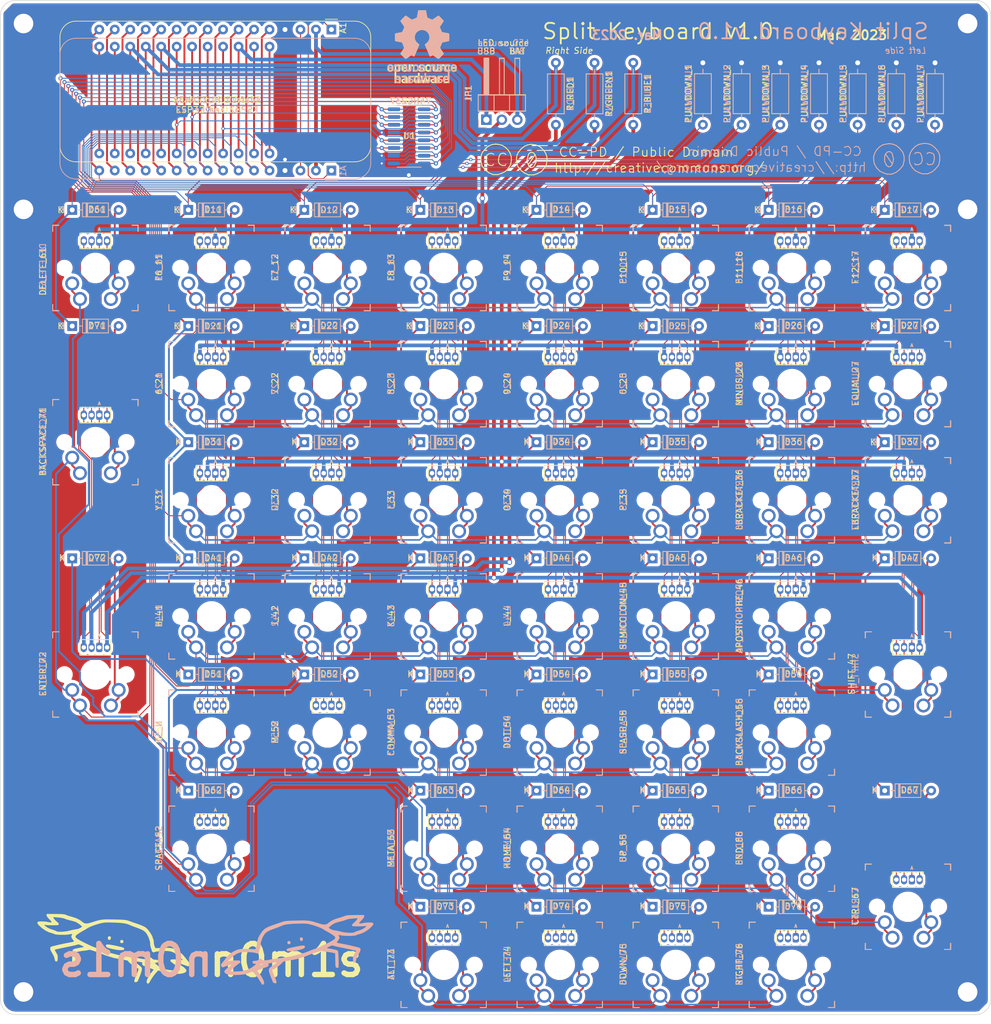
<source format=kicad_pcb>
(kicad_pcb (version 20211014) (generator pcbnew)

  (general
    (thickness 1.6)
  )

  (paper "A4")
  (layers
    (0 "F.Cu" signal)
    (31 "B.Cu" signal)
    (34 "B.Paste" user)
    (35 "F.Paste" user)
    (36 "B.SilkS" user "B.Silks")
    (37 "F.SilkS" user "F.Silks")
    (38 "B.Mask" user)
    (39 "F.Mask" user)
    (40 "Dwgs.User" user "User.Drawings")
    (41 "Cmts.User" user "User.Comments")
    (44 "Edge.Cuts" user)
    (45 "Margin" user)
    (46 "B.CrtYd" user "B.Courtyard")
    (47 "F.CrtYd" user "F.Courtyard")
  )

  (setup
    (stackup
      (layer "F.SilkS" (type "Top Silk Screen") (color "White"))
      (layer "F.Paste" (type "Top Solder Paste"))
      (layer "F.Mask" (type "Top Solder Mask") (color "Black") (thickness 0.01))
      (layer "F.Cu" (type "copper") (thickness 0.035))
      (layer "dielectric 1" (type "core") (thickness 1.51) (material "FR4") (epsilon_r 4.5) (loss_tangent 0.02))
      (layer "B.Cu" (type "copper") (thickness 0.035))
      (layer "B.Mask" (type "Bottom Solder Mask") (color "Black") (thickness 0.01))
      (layer "B.Paste" (type "Bottom Solder Paste"))
      (layer "B.SilkS" (type "Bottom Silk Screen") (color "White"))
      (copper_finish "None")
      (dielectric_constraints no)
    )
    (pad_to_mask_clearance 0.0508)
    (solder_mask_min_width 0.1016)
    (pcbplotparams
      (layerselection 0x00010fc_ffffffff)
      (disableapertmacros false)
      (usegerberextensions false)
      (usegerberattributes true)
      (usegerberadvancedattributes true)
      (creategerberjobfile true)
      (svguseinch false)
      (svgprecision 6)
      (excludeedgelayer true)
      (plotframeref false)
      (viasonmask false)
      (mode 1)
      (useauxorigin false)
      (hpglpennumber 1)
      (hpglpenspeed 20)
      (hpglpendiameter 15.000000)
      (dxfpolygonmode true)
      (dxfimperialunits true)
      (dxfusepcbnewfont true)
      (psnegative false)
      (psa4output false)
      (plotreference true)
      (plotvalue true)
      (plotinvisibletext false)
      (sketchpadsonfab false)
      (subtractmaskfromsilk false)
      (outputformat 1)
      (mirror false)
      (drillshape 0)
      (scaleselection 1)
      (outputdirectory "gerber/")
    )
  )

  (net 0 "")
  (net 1 "unconnected-(A1-Pad1)")
  (net 2 "Net-(0_25-Pad1)")
  (net 3 "unconnected-(A1-Pad3)")
  (net 4 "/Full Keyboard/A")
  (net 5 "/Full Keyboard/COL1")
  (net 6 "/Full Keyboard/COL2")
  (net 7 "/Full Keyboard/COL3")
  (net 8 "/Full Keyboard/COL4")
  (net 9 "/Full Keyboard/COL5")
  (net 10 "/Full Keyboard/COL6")
  (net 11 "/Full Keyboard/ROW4")
  (net 12 "/Full Keyboard/ROW5")
  (net 13 "/Full Keyboard/COL7")
  (net 14 "unconnected-(A1-Pad14)")
  (net 15 "unconnected-(A1-Pad15)")
  (net 16 "/Full Keyboard/R")
  (net 17 "/Full Keyboard/ROW6")
  (net 18 "/Full Keyboard/ROW7")
  (net 19 "/Full Keyboard/ROW1")
  (net 20 "/Full Keyboard/ROW2")
  (net 21 "/Full Keyboard/ROW3")
  (net 22 "Net-(6_21-Pad1)")
  (net 23 "Net-(7_22-Pad1)")
  (net 24 "Net-(8_23-Pad1)")
  (net 25 "Net-(9_24-Pad1)")
  (net 26 "unconnected-(A1-Pad27)")
  (net 27 "unconnected-(A1-Pad28)")
  (net 28 "/Full Keyboard/Vcc")
  (net 29 "/Full Keyboard/GND")
  (net 30 "unconnected-(A1-Pad11)")
  (net 31 "unconnected-(A1-Pad12)")
  (net 32 "unconnected-(A1-Pad13)")
  (net 33 "Net-(D16-Pad2)")
  (net 34 "Net-(D17-Pad2)")
  (net 35 "unconnected-(A1-Pad17)")
  (net 36 "unconnected-(A1-Pad18)")
  (net 37 "Net-(A1-Pad19)")
  (net 38 "Net-(A1-Pad20)")
  (net 39 "Net-(A1-Pad21)")
  (net 40 "Net-(D26-Pad2)")
  (net 41 "Net-(D27-Pad2)")
  (net 42 "Net-(A1-Pad22)")
  (net 43 "Net-(A1-Pad23)")
  (net 44 "Net-(A1-Pad24)")
  (net 45 "Net-(A1-Pad25)")
  (net 46 "/Full Keyboard/Vusb")
  (net 47 "Net-(D36-Pad2)")
  (net 48 "Net-(D37-Pad2)")
  (net 49 "Net-(ALT_73-Pad1)")
  (net 50 "Net-(APOSTROPHE_46-Pad1)")
  (net 51 "Net-(BACKSLASH_56-Pad1)")
  (net 52 "Net-(COMMA_53-Pad1)")
  (net 53 "Net-(D47-Pad2)")
  (net 54 "Net-(D11-Pad2)")
  (net 55 "Net-(D12-Pad2)")
  (net 56 "Net-(D13-Pad2)")
  (net 57 "Net-(D14-Pad2)")
  (net 58 "Net-(D15-Pad2)")
  (net 59 "Net-(D31-Pad2)")
  (net 60 "Net-(D32-Pad2)")
  (net 61 "Net-(D66-Pad2)")
  (net 62 "Net-(D33-Pad2)")
  (net 63 "Net-(D34-Pad2)")
  (net 64 "Net-(D35-Pad2)")
  (net 65 "Net-(D41-Pad2)")
  (net 66 "Net-(D42-Pad2)")
  (net 67 "Net-(D43-Pad2)")
  (net 68 "Net-(D76-Pad2)")
  (net 69 "Net-(D44-Pad2)")
  (net 70 "Net-(D45-Pad2)")
  (net 71 "Net-(D51-Pad2)")
  (net 72 "Net-(D52-Pad2)")
  (net 73 "Net-(D54-Pad2)")
  (net 74 "Net-(D55-Pad2)")
  (net 75 "Net-(D61-Pad2)")
  (net 76 "Net-(D62-Pad2)")
  (net 77 "Net-(D63-Pad2)")
  (net 78 "Net-(D64-Pad2)")
  (net 79 "Net-(D65-Pad2)")
  (net 80 "Net-(CTRL_67-Pad1)")
  (net 81 "Net-(BACKSPACE_71-Pad1)")
  (net 82 "Net-(D72-Pad2)")
  (net 83 "Net-(D74-Pad2)")
  (net 84 "Net-(D75-Pad2)")
  (net 85 "/Full Keyboard/B")
  (net 86 "/Full Keyboard/G")

  (footprint "libraries:D_DO-35_SOD27_P7.62mm_Horizontal_centered" (layer "F.Cu") (at 126.098303 88.989597))

  (footprint "libraries:D_DO-35_SOD27_P7.62mm_Horizontal_centered" (layer "F.Cu") (at 68.948303 88.989597))

  (footprint "libraries:D_DO-35_SOD27_P7.62mm_Horizontal_centered" (layer "F.Cu") (at 68.948303 69.939597))

  (footprint "libraries:SW_MX_reversible_RGB" (layer "F.Cu") (at 107.048303 98.514597))

  (footprint "libraries:D_DO-35_SOD27_P7.62mm_Horizontal_centered" (layer "F.Cu") (at 49.898303 50.889597))

  (footprint "libraries:R_Axial_DIN0207_L6.3mm_D2.5mm_P10.16mm_Horizontal_flip" (layer "F.Cu") (at 136.893303 36.919597 90))

  (footprint "libraries:SW_MX_reversible_RGB" (layer "F.Cu") (at 164.198303 79.464597))

  (footprint "libraries:SW_MX_reversible_RGB" (layer "F.Cu") (at 126.098303 155.664597))

  (footprint "libraries:SW_MX_reversible_RGB" (layer "F.Cu") (at 87.998303 155.664597))

  (footprint "libraries:D_DO-35_SOD27_P7.62mm_Horizontal_centered" (layer "F.Cu") (at 107.048303 146.139597))

  (footprint "libraries:SW_MX_reversible_RGB" (layer "F.Cu") (at 145.148303 155.664597))

  (footprint "libraries:D_DO-35_SOD27_P7.62mm_Horizontal_centered" (layer "F.Cu") (at 87.998303 108.039597))

  (footprint "libraries:D_DO-35_SOD27_P7.62mm_Horizontal_centered" (layer "F.Cu") (at 126.098303 127.089597))

  (footprint "libraries:SW_MX_reversible_RGB" (layer "F.Cu") (at 126.098303 117.564597))

  (footprint "MountingHole:MountingHole_3.2mm_M3_Pad" (layer "F.Cu") (at 19.05 20.32))

  (footprint "libraries:D_DO-35_SOD27_P7.62mm_Horizontal_centered" (layer "F.Cu") (at 107.048303 127.089597))

  (footprint "libraries:D_DO-35_SOD27_P7.62mm_Horizontal_centered" (layer "F.Cu") (at 107.048303 88.989597))

  (footprint "libraries:D_DO-35_SOD27_P7.62mm_Horizontal_centered" (layer "F.Cu") (at 145.148303 69.939597))

  (footprint "libraries:D_DO-35_SOD27_P7.62mm_Horizontal_centered" (layer "F.Cu") (at 145.148303 165.189597))

  (footprint "libraries:D_DO-35_SOD27_P7.62mm_Horizontal_centered" (layer "F.Cu") (at 87.998303 146.139597))

  (footprint "libraries:D_DO-35_SOD27_P7.62mm_Horizontal_centered" (layer "F.Cu") (at 49.898303 88.989597))

  (footprint "libraries:D_DO-35_SOD27_P7.62mm_Horizontal_centered" (layer "F.Cu") (at 68.948303 108.039597))

  (footprint "libraries:SW_MX_reversible_RGB" (layer "F.Cu") (at 68.948303 98.514597))

  (footprint "libraries:SW_MX_reversible_RGB" (layer "F.Cu") (at 87.998303 79.464597))

  (footprint "MountingHole:MountingHole_3.2mm_M3_Pad" (layer "F.Cu") (at 173.99 50.8))

  (footprint "libraries:D_DO-35_SOD27_P7.62mm_Horizontal_centered" (layer "F.Cu") (at 145.148303 146.139597))

  (footprint "libraries:D_DO-35_SOD27_P7.62mm_Horizontal_centered" (layer "F.Cu") (at 68.948303 50.889597))

  (footprint "libraries:D_DO-35_SOD27_P7.62mm_Horizontal_centered" (layer "F.Cu")
    (tedit 5AE50CD5) (tstamp 3a26f3d0-bdd5-4e71-8b06-7c6cbaa16c47)
    (at 87.998303 50.889597)
    (descr "Diode, DO-35_SOD27 series, Axial, Horizontal, pin pitch=7.62mm, , length*diameter=4*2mm^2, , http://www.diodes.com/_files/packages/DO-35.pdf")
    (tags "Diode DO-35_SOD27 series Axial Horizontal pin pitch 7.62mm  length 4mm diameter 2mm")
    (property "Sheetfile" "full_keyboard/full_keyboard.kicad_sch")
    (property "Sheetname" "Full Keyboard")
    (path "/23ca3470-a8ca-4975-a9e6-54ca1882faee/a91c3d4c-45ca-4b20-97ae-7c8bf0dd6734")
    (attr through_hole)
    (fp_text reference "D13" (at 0.266697 0) (layer "F.SilkS")
      (effects (font (size 1 1) (thickness 0.15)))
      (tstamp 97970aa8-8fa5-4467-b2e8-216e0acabcd2)
    )
    (fp_text value "D" (at 0 2.12) (layer "F.Fab")
      (effects (font (size 1 1) (thickness 0.15)))
      (tstamp 2919c9b3-d04d-44f2-b48a-a61ce369c7d9)
    )
    (fp_text user "${REFERENCE}" (at 0.254 0) (layer "B.SilkS")
      (effects (font (size 1 1) (thickness 0.15)) (justify mirror))
      (tstamp 882af14f-3b7e-4ef5-92bb-17c46070e418)
    )
    (fp_text user "K" (at -5.461 0) (layer "B.SilkS")
      (effects (font (size 1 1) (thickness 0.15)) (justify mirror))
      (tstamp ec8eb1a2-9621-4f50-a9d7-1dda3412df66)
    )
    (fp_text user "K" (at -5.715 0) (layer "F.SilkS")
      (effects (font (size 1 1) (thickness 0.15)))
      (tstamp 925c88fc-e6fa-493b-8c84-f8622984b3e3)
    )
    (fp_text user "K" (at -3.81 -1.8) (layer "F.Fab")
      (effects (font (size 1 1) (thickness 0.15)))
      (tstamp 5da38b8b-1603-4603-b155-29143a17cde1)
    )
    (fp_text user "${REFERENCE}" (at 0.3 0) (layer "F.Fab")
      (effects (font (size 0.8 0.8) (thickness 0.12)))
      (tstamp b3aaf2fc-9e5e-4b88-b010-f0fdcf1e6934)
    )
    (fp_line (start 2.77 0) (end 2.12 0) (layer "B.SilkS") (width 0.12) (tstamp 03c2e708-7889-40ea-bf2d-341919b9e508))
    (fp_line (start -2.12 -1.12) (end 2.12 -1.12) (layer "B.SilkS") (width 0.12) (tstamp 13684578-5deb-4ab6-86aa-7c5fb119a515))
    (fp_line (start -2.12 1.12) (end -2.12 -1.12) (layer "B.SilkS") (width 0.12) (tstamp 17836d33-a93e-437f-998d-8aeb42a098fe))
    (fp_line (start -1.52 1.12) (end -1.52 -1.12) (layer "B.SilkS") (width 0.12) (tstamp 2208d0a1-1fc7-4a68-8c4f-27293df9df6c))
    (fp_line (start -1.28 1.12) (end -1.28 -1.12) (layer "B.SilkS") (width 0.12) (tstamp 2229193d-3671-461d-bb3b-8e94fd20a6f4))
    (fp_line (start -2.77 0) (end -2.12 0) (layer "B.SilkS") (width 0.12) (tstamp 28ab42a1-ba4f-4eaf-b8f5-012aab3df78e))
    (fp_line (start 2.12 1.12) (end -2.12 1.12) (layer "B.SilkS") (width 0.12) (tstamp 520f4f95-31fa-4ce7-9f11-cb8506a406b9))
    (fp_line (start 2.12 -1.12) (end 2.12 1.12) (layer "B.SilkS") (width 0.12) (tstamp 6ef0bc5a-86f4-4b4f-a842-09c5b4ec9566))
    (fp_line (start -1.4 1.12) (end -1.4 -1.12) (layer "B.SilkS") (width 0.12) (tstamp fb63f40c-4501-4180-b2c5-e738e1ab0663))
    (fp_line (start -1.28 -1.12) (end -1.28 1.12) (layer "F.SilkS") (width 0.12) (tstamp 202e9d49-6b2a-4272-9b4d-8d1a13ddf4a6))
    (fp_line (start 2.77 0) (end 2.12 0) (layer "F.SilkS") (width 0.12) (tstamp 36aab841-5923-4940-8876-7eb70e63a48e))
    (fp_line (start 2.12 -1.12) (end -2.12 -1.12) (layer "F.SilkS") (width 0.12) (tstamp 46623556-af21-4bf6-86c6-5b02fb6c6d5e))
    (fp_line (start -2.12 -1.12) (end -2.12 1.12) (layer "F.SilkS") (width 0.12) (tstamp 53ac789b-2c79-4e53-a2df-d18bc4681c8e))
    (fp_line (start -2.77 0) (end -2.12 0) (layer "F.SilkS") (width 0.12) (tstamp 577f807a-8fa2-48d7-8ed2-f79a43e27e99))
    (fp_line (start 2.12 1.12) (end 2.12 -1.12) (layer "F.SilkS") (width 0.12) (tstamp 9e87dc60-152c-45aa-8d3a-6ee00d9a87a1))
    (fp_line (start -1.52 -1.12) (end -1.52 1.12) (layer "F.SilkS") (width 0.12) (tstamp c59740c8-bb77-4457-98f5-9b747cee1aba))
    (fp_line (start -2.12 1.12) (end 2.12 1.12) (layer "F.SilkS") (width 0.12) (tstamp efaf8354-2d55-4181-8410-a389f700ce84))
    (fp_line (start -1.4 -1.12) (end -1.4 1.12) (layer "F.SilkS") (width 0.12) (tstamp efcb46c0-70f4-43ec-aac5-11842c2438a9))
    (fp_line (start -4.86 -1.25) (end -4.86 1.25) (layer "F.CrtYd") (width 0.05) (tstamp a601163e-3893-4c17-9170-3de0b21ecb6f))
    (fp_line (start 4.86 1.25) (end 4.86 -1.25) (layer "F.CrtYd") (width 0.05) (tstamp ccec868a-eee9-45a5-8dfb-3b8de5243496))
    (fp_line (start -4.86 1.25) (end 4.86 1.25) (layer "F.CrtYd") (width 0.05) (tstamp cedea118-8308-4f6d-94e5-dbeb3f52db5f))
    (fp_line (start 4.86 -1.25) (end -4.86 -1.25) (layer "F.CrtYd") (width 0.05) (tstamp ddbd6736-15a9-4edb-9c6a-c2aa04838a26))
    (fp_line (start 2 -1) (end -2 -1) (layer "F.Fab") (width 0.1) (tstamp 142c878b-95db-48d1-b983-ac2ccb145ae8))
    (fp_line (start -2 -1) (end -2 1) (layer "F.Fab") (width 0.1) (tstamp 172f741
... [3723391 chars truncated]
</source>
